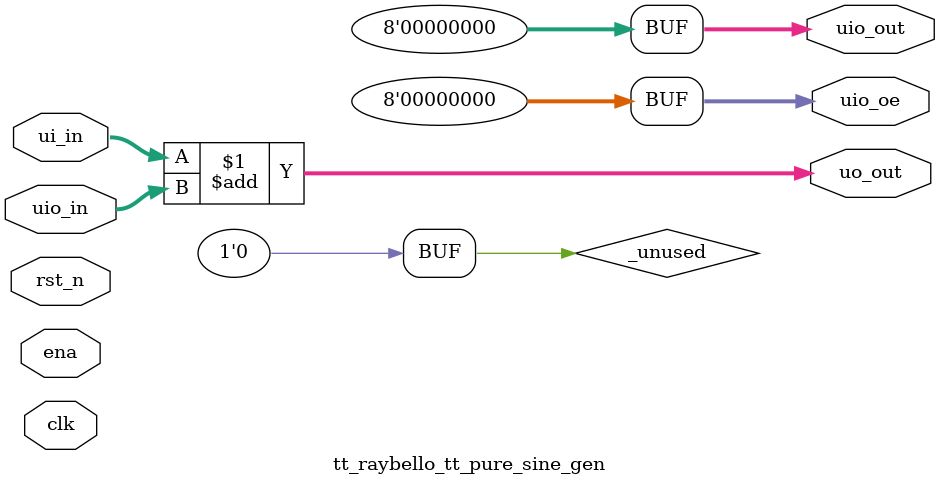
<source format=v>
/*
 * Copyright (c) 2024 Your Name
 * SPDX-License-Identifier: Apache-2.0
 */

`default_nettype none

module tt_raybello_tt_pure_sine_gen (
    input  wire [7:0] ui_in,    // Dedicated inputs
    output wire [7:0] uo_out,   // Dedicated outputs
    input  wire [7:0] uio_in,   // IOs: Input path
    output wire [7:0] uio_out,  // IOs: Output path
    output wire [7:0] uio_oe,   // IOs: Enable path (active high: 0=input, 1=output)
    input  wire       ena,      // always 1 when the design is powered, so you can ignore it
    input  wire       clk,      // clock
    input  wire       rst_n     // reset_n - low to reset
);

  // All output pins must be assigned. If not used, assign to 0.
  assign uo_out  = ui_in + uio_in;  // Example: ou_out is the sum of ui_in and uio_in
  assign uio_out = 0;
  assign uio_oe  = 0;

  // List all unused inputs to prevent warnings
  wire _unused = &{ena, clk, rst_n, 1'b0};

endmodule

</source>
